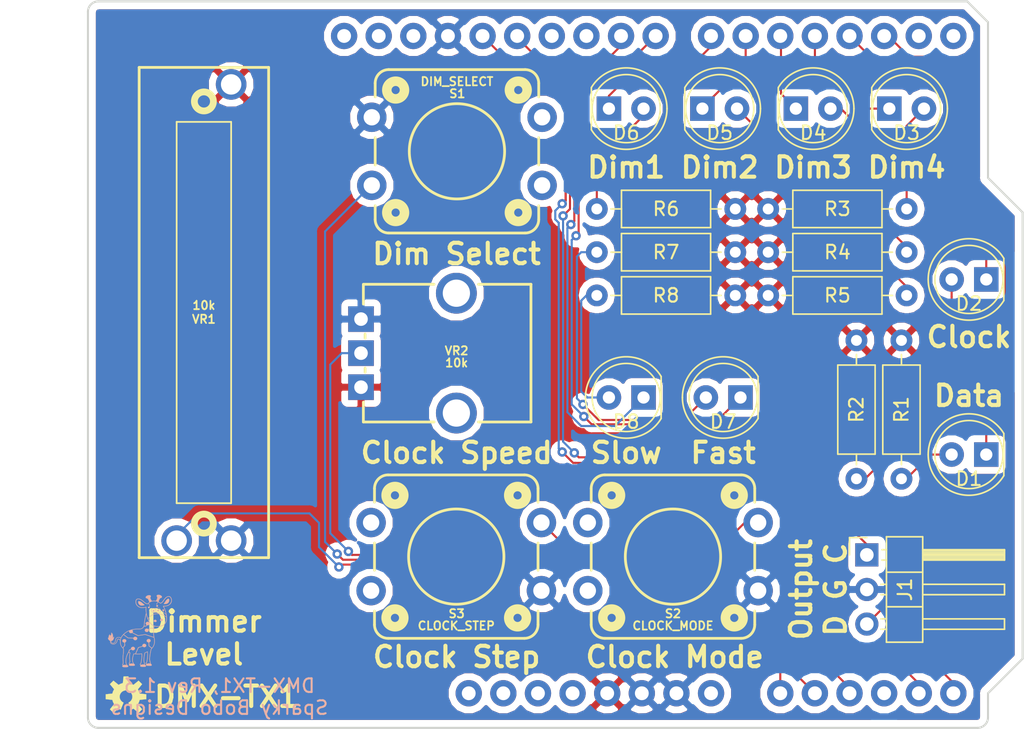
<source format=kicad_pcb>
(kicad_pcb (version 20171130) (host pcbnew "(5.0.0)")
  (title_block (title "DMX Demonstrator - Transmitter (DMX-TX1)") (date 2023-12-04) (rev 1.3) (company "Sparky Bobo Designs") (comment 2 "Designed by: SparkyBobo") (comment 3 "https://creativecommons.org/licenses/by-sa/4.0/ ") (comment 4 "Released under the Creative Commons Attribution Share-Alike 4.0 License"))
  (layers (0 F.Cu signal) (31 B.Cu signal) (34 B.Paste user) (35 F.Paste user) (36 B.SilkS user) (37 F.SilkS user) (38 B.Mask user) (39 F.Mask user) (44 Edge.Cuts user))
  (net 0 "")
  (net 1 +5V)
  (net 2 /A1)
  (net 3 GND)
  (net 4 /A0)
  (net 5 "Net-(D8-Pad2)")
  (net 6 "Net-(D7-Pad2)")
  (net 7 "Net-(D6-Pad2)")
  (net 8 "Net-(D5-Pad2)")
  (net 9 "Net-(D4-Pad2)")
  (net 10 "Net-(D1-Pad2)")
  (net 11 "Net-(D2-Pad2)")
  (net 12 "Net-(D3-Pad2)")
  (net 13 "Net-(A1-Pad32)")
  (net 14 "Net-(A1-Pad31)")
  (net 15 "Net-(A1-Pad1)")
  (net 16 "Net-(A1-Pad2)")
  (net 17 "Net-(A1-Pad3)")
  (net 18 "Net-(A1-Pad4)")
  (net 19 "Net-(A1-Pad8)")
  (net 20 "Net-(A1-Pad25)")
  (net 21 "Net-(A1-Pad26)")
  (net 22 /A2)
  (net 23 /A4)
  (net 24 "Net-(A1-Pad15)")
  (net 25 "Net-(A1-Pad16)")
  (net 26 /A5)
  (net 27 "Net-(A1-Pad12)")
  (net 28 /~DATA)
  (net 29 /~CLOCK)
  (net 30 /~DIM3)
  (net 31 /~DIM2)
  (net 32 /~DIM1)
  (net 33 /~DIM0)
  (net 34 /~CLK_SLO)
  (net 35 /~CLK_FST)
  (net 36 /RX)
  (net 37 /RXCLK)
  (net 38 "Net-(A1-Pad30)")
  (module footprints:ARDUINO_R3_NO_HOLES (layer F.Cu) (at 150.622 89.916)
    (fp_text reference A1 hide)
    (fp_text value Arduino_UNO_R3 hide)
    (pad 4 thru_hole circle (at 1.27 24.13) (size 1.9304 1.9304) (drill 1.016) (layers *.Cu *.Mask) (net 18 "Net-(A1-Pad4)"))
    (pad 5 thru_hole circle (at 3.81 24.13) (size 1.9304 1.9304) (drill 1.016) (layers *.Cu *.Mask) (net 1 +5V))
    (pad 9 thru_hole circle (at 16.51 24.13) (size 1.9304 1.9304) (drill 1.016) (layers *.Cu *.Mask) (net 4 /A0))
    (pad 10 thru_hole circle (at 19.05 24.13) (size 1.9304 1.9304) (drill 1.016) (layers *.Cu *.Mask) (net 2 /A1))
    (pad 11 thru_hole circle (at 21.59 24.13) (size 1.9304 1.9304) (drill 1.016) (layers *.Cu *.Mask) (net 22 /A2))
    (pad 12 thru_hole circle (at 24.13 24.13) (size 1.9304 1.9304) (drill 1.016) (layers *.Cu *.Mask) (net 27 "Net-(A1-Pad12)"))
    (pad 13 thru_hole circle (at 26.67 24.13) (size 1.9304 1.9304) (drill 1.016) (layers *.Cu *.Mask) (net 23 /A4))
    (pad 14 thru_hole circle (at 29.21 24.13) (size 1.9304 1.9304) (drill 1.016) (layers *.Cu *.Mask) (net 26 /A5))
    (pad 30 thru_hole circle (at -10.414 -24.13) (size 1.9304 1.9304) (drill 1.016) (layers *.Cu *.Mask) (net 38 "Net-(A1-Pad30)"))
    (pad 15 thru_hole circle (at 29.21 -24.13) (size 1.9304 1.9304) (drill 1.016) (layers *.Cu *.Mask) (net 24 "Net-(A1-Pad15)"))
    (pad 16 thru_hole circle (at 26.67 -24.13) (size 1.9304 1.9304) (drill 1.016) (layers *.Cu *.Mask) (net 25 "Net-(A1-Pad16)"))
    (pad 17 thru_hole circle (at 24.13 -24.13) (size 1.9304 1.9304) (drill 1.016) (layers *.Cu *.Mask) (net 28 /~DATA))
    (pad 18 thru_hole circle (at 21.59 -24.13) (size 1.9304 1.9304) (drill 1.016) (layers *.Cu *.Mask) (net 29 /~CLOCK))
    (pad 19 thru_hole circle (at 19.05 -24.13) (size 1.9304 1.9304) (drill 1.016) (layers *.Cu *.Mask) (net 30 /~DIM3))
    (pad 20 thru_hole circle (at 16.51 -24.13) (size 1.9304 1.9304) (drill 1.016) (layers *.Cu *.Mask) (net 31 /~DIM2))
    (pad 21 thru_hole circle (at 13.97 -24.13) (size 1.9304 1.9304) (drill 1.016) (layers *.Cu *.Mask) (net 32 /~DIM1))
    (pad 22 thru_hole circle (at 11.43 -24.13) (size 1.9304 1.9304) (drill 1.016) (layers *.Cu *.Mask) (net 33 /~DIM0))
    (pad 23 thru_hole circle (at 7.366 -24.13) (size 1.9304 1.9304) (drill 1.016) (layers *.Cu *.Mask) (net 35 /~CLK_FST))
    (pad 24 thru_hole circle (at 4.826 -24.13) (size 1.9304 1.9304) (drill 1.016) (layers *.Cu *.Mask) (net 34 /~CLK_SLO))
    (pad 25 thru_hole circle (at 2.286 -24.13) (size 1.9304 1.9304) (drill 1.016) (layers *.Cu *.Mask) (net 20 "Net-(A1-Pad25)"))
    (pad 26 thru_hole circle (at -0.254 -24.13) (size 1.9304 1.9304) (drill 1.016) (layers *.Cu *.Mask) (net 21 "Net-(A1-Pad26)"))
    (pad 27 thru_hole circle (at -2.794 -24.13) (size 1.9304 1.9304) (drill 1.016) (layers *.Cu *.Mask) (net 36 /RX))
    (pad 28 thru_hole circle (at -5.334 -24.13) (size 1.9304 1.9304) (drill 1.016) (layers *.Cu *.Mask) (net 37 /RXCLK))
    (pad 6 thru_hole circle (at 6.35 24.13) (size 1.9304 1.9304) (drill 1.016) (layers *.Cu *.Mask) (net 3 GND))
    (pad 7 thru_hole circle (at 8.89 24.13) (size 1.9304 1.9304) (drill 1.016) (layers *.Cu *.Mask) (net 3 GND))
    (pad 29 thru_hole circle (at -7.874 -24.13) (size 1.9304 1.9304) (drill 1.016) (layers *.Cu *.Mask) (net 3 GND))
    (pad 2 thru_hole circle (at -3.81 24.13) (size 1.9304 1.9304) (drill 1.016) (layers *.Cu *.Mask) (net 16 "Net-(A1-Pad2)"))
    (pad 1 thru_hole circle (at -6.35 24.13) (size 1.9304 1.9304) (drill 1.016) (layers *.Cu *.Mask) (net 15 "Net-(A1-Pad1)"))
    (pad 3 thru_hole circle (at -1.27 24.13) (size 1.9304 1.9304) (drill 1.016) (layers *.Cu *.Mask) (net 17 "Net-(A1-Pad3)"))
    (pad 32 thru_hole circle (at -15.494 -24.13) (size 1.9304 1.9304) (drill 1.016) (layers *.Cu *.Mask) (net 13 "Net-(A1-Pad32)"))
    (pad 31 thru_hole circle (at -12.954 -24.13) (size 1.9304 1.9304) (drill 1.016) (layers *.Cu *.Mask) (net 14 "Net-(A1-Pad31)"))
    (pad 8 thru_hole circle (at 11.43 24.13) (size 1.9304 1.9304) (drill 1.016) (layers *.Cu *.Mask) (net 19 "Net-(A1-Pad8)"))
  )
  (module Resistor_THT:R_Axial_DIN0207_L6.3mm_D2.5mm_P10.16mm_Horizontal (layer F.Cu) (at 172.72 88.138 270)
    (fp_text reference R2 (at 5.08 0 270) (layer F.SilkS))
    (fp_text value 330)
    (pad 2 thru_hole oval (at 10.16 0 270) (size 1.6 1.6) (drill 0.8) (layers *.Cu *.Mask) (net 11 "Net-(D2-Pad2)"))
    (pad 1 thru_hole circle (at 0 0 270) (size 1.6 1.6) (drill 0.8) (layers *.Cu *.Mask) (net 1 +5V))
  )
  (module Resistor_THT:R_Axial_DIN0207_L6.3mm_D2.5mm_P10.16mm_Horizontal (layer F.Cu) (at 166.243 78.486)
    (fp_text reference R3 (at 5.08 0) (layer F.SilkS))
    (fp_text value 330)
    (pad 2 thru_hole oval (at 10.16 0) (size 1.6 1.6) (drill 0.8) (layers *.Cu *.Mask) (net 12 "Net-(D3-Pad2)"))
    (pad 1 thru_hole circle (at 0 0) (size 1.6 1.6) (drill 0.8) (layers *.Cu *.Mask) (net 1 +5V))
  )
  (module Resistor_THT:R_Axial_DIN0207_L6.3mm_D2.5mm_P10.16mm_Horizontal (layer F.Cu) (at 176.022 88.138 270)
    (fp_text reference R1 (at 5.08 0 270) (layer F.SilkS))
    (fp_text value 330)
    (pad 1 thru_hole circle (at 0 0 270) (size 1.6 1.6) (drill 0.8) (layers *.Cu *.Mask) (net 1 +5V))
    (pad 2 thru_hole oval (at 10.16 0 270) (size 1.6 1.6) (drill 0.8) (layers *.Cu *.Mask) (net 10 "Net-(D1-Pad2)"))
  )
  (module Resistor_THT:R_Axial_DIN0207_L6.3mm_D2.5mm_P10.16mm_Horizontal (layer F.Cu) (at 166.243 81.661)
    (fp_text reference R4 (at 5.08 0) (layer F.SilkS))
    (fp_text value 330)
    (pad 2 thru_hole oval (at 10.16 0) (size 1.6 1.6) (drill 0.8) (layers *.Cu *.Mask) (net 9 "Net-(D4-Pad2)"))
    (pad 1 thru_hole circle (at 0 0) (size 1.6 1.6) (drill 0.8) (layers *.Cu *.Mask) (net 1 +5V))
  )
  (module Resistor_THT:R_Axial_DIN0207_L6.3mm_D2.5mm_P10.16mm_Horizontal (layer F.Cu) (at 166.243 84.836)
    (fp_text reference R5 (at 5.08 0) (layer F.SilkS))
    (fp_text value 330)
    (pad 1 thru_hole circle (at 0 0) (size 1.6 1.6) (drill 0.8) (layers *.Cu *.Mask) (net 1 +5V))
    (pad 2 thru_hole oval (at 10.16 0) (size 1.6 1.6) (drill 0.8) (layers *.Cu *.Mask) (net 8 "Net-(D5-Pad2)"))
  )
  (module Resistor_THT:R_Axial_DIN0207_L6.3mm_D2.5mm_P10.16mm_Horizontal (layer F.Cu) (at 163.83 78.486 180)
    (fp_text reference R6 (at 5.08 0 180) (layer F.SilkS))
    (fp_text value 330)
    (pad 2 thru_hole oval (at 10.16 0 180) (size 1.6 1.6) (drill 0.8) (layers *.Cu *.Mask) (net 7 "Net-(D6-Pad2)"))
    (pad 1 thru_hole circle (at 0 0 180) (size 1.6 1.6) (drill 0.8) (layers *.Cu *.Mask) (net 1 +5V))
  )
  (module Resistor_THT:R_Axial_DIN0207_L6.3mm_D2.5mm_P10.16mm_Horizontal (layer F.Cu) (at 163.83 81.661 180)
    (fp_text reference R7 (at 5.08 0 180) (layer F.SilkS))
    (fp_text value 330)
    (pad 1 thru_hole circle (at 0 0 180) (size 1.6 1.6) (drill 0.8) (layers *.Cu *.Mask) (net 1 +5V))
    (pad 2 thru_hole oval (at 10.16 0 180) (size 1.6 1.6) (drill 0.8) (layers *.Cu *.Mask) (net 6 "Net-(D7-Pad2)"))
  )
  (module Resistor_THT:R_Axial_DIN0207_L6.3mm_D2.5mm_P10.16mm_Horizontal (layer F.Cu) (at 163.83 84.836 180)
    (fp_text reference R8 (at 5.08 0 180) (layer F.SilkS))
    (fp_text value 330)
    (pad 1 thru_hole circle (at 0 0 180) (size 1.6 1.6) (drill 0.8) (layers *.Cu *.Mask) (net 1 +5V))
    (pad 2 thru_hole oval (at 10.16 0 180) (size 1.6 1.6) (drill 0.8) (layers *.Cu *.Mask) (net 5 "Net-(D8-Pad2)"))
  )
  (module Switches:TACTILE_SWITCH_PTH_12MM (layer F.Cu) (at 159.258 104.013)
    (fp_text reference S2 (at 0 4.191) (layer F.SilkS) (effects (font (size 0.6096 0.6096) (thickness 0.127))))
    (fp_text value CLOCK_MODE (at 0 5.08) (layer F.SilkS) (effects (font (size 0.6096 0.6096) (thickness 0.127))))
    (pad 1 thru_hole circle (at 6.2484 2.49936) (size 2.159 2.159) (drill 1.19888) (layers *.Cu *.Mask) (net 3 GND))
    (pad 2 thru_hole circle (at -6.2484 2.49936) (size 2.159 2.159) (drill 1.19888) (layers *.Cu *.Mask))
    (pad 3 thru_hole circle (at 6.2484 -2.49936) (size 2.159 2.159) (drill 1.19888) (layers *.Cu *.Mask) (net 22 /A2))
    (pad 4 thru_hole circle (at -6.2484 -2.49936) (size 2.159 2.159) (drill 1.19888) (layers *.Cu *.Mask))
  )
  (module LED_THT:LED_D5.0mm (layer F.Cu) (at 182.245 96.52 180)
    (fp_text reference D1 (at 1.27 -1.778 180) (layer F.SilkS))
    (fp_text value DATA)
    (pad 1 thru_hole rect (at 0 0 180) (size 1.8 1.8) (drill 0.9) (layers *.Cu *.Mask) (net 28 /~DATA))
    (pad 2 thru_hole circle (at 2.54 0 180) (size 1.8 1.8) (drill 0.9) (layers *.Cu *.Mask) (net 10 "Net-(D1-Pad2)"))
  )
  (module Resistors:POT-PTH-ALPS (layer F.Cu) (at 143.366465 89.07272 180)
    (fp_text reference VR2 (at -0.016535 0.17272) (layer F.SilkS) (effects (font (size 0.6096 0.6096) (thickness 0.127))))
    (fp_text value 10k (at -0.016535 -0.71628) (layer F.SilkS) (effects (font (size 0.6096 0.6096) (thickness 0.127))))
    (pad P$1 thru_hole rect (at 6.9977 2.49936 180) (size 1.8796 1.8796) (drill 0.99822) (layers *.Cu *.Mask) (net 3 GND))
    (pad P$2 thru_hole rect (at 6.9977 0 180) (size 1.8796 1.8796) (drill 0.99822) (layers *.Cu *.Mask) (net 23 /A4))
    (pad P$3 thru_hole rect (at 6.9977 -2.49936 180) (size 1.8796 1.8796) (drill 0.99822) (layers *.Cu *.Mask) (net 1 +5V))
    (pad P$4 thru_hole circle (at 0 4.39928 180) (size 2.99974 5.99948) (drill 1.99898) (layers *.Cu *.Mask))
    (pad P$5 thru_hole circle (at 0 -4.39928 180) (size 2.99974 5.99948) (drill 1.99898) (layers *.Cu *.Mask))
  )
  (module Resistors:SLIDER-SMALL (layer F.Cu) (at 124.841 86.09076 90)
    (fp_text reference VR1 (at -0.49276 0 180) (layer F.SilkS) (effects (font (size 0.6096 0.6096) (thickness 0.127))))
    (fp_text value 10k (at 0.52324 0 180) (layer F.SilkS) (effects (font (size 0.6096 0.6096) (thickness 0.127))))
    (pad BOTT thru_hole circle (at 16.74876 1.99898 90) (size 2.2479 2.2479) (drill 1.4986) (layers *.Cu *.Mask) (net 1 +5V))
    (pad TOP thru_hole circle (at -16.74876 1.99898 90) (size 2.2479 2.2479) (drill 1.4986) (layers *.Cu *.Mask) (net 3 GND))
    (pad WIPE thru_hole circle (at -16.74876 -1.99898 90) (size 2.2479 2.2479) (drill 1.4986) (layers *.Cu *.Mask) (net 4 /A0))
  )
  (module Switches:TACTILE_SWITCH_PTH_12MM (layer F.Cu) (at 143.3576 104.013)
    (fp_text reference S3 (at 0.0254 4.191) (layer F.SilkS) (effects (font (size 0.6096 0.6096) (thickness 0.127))))
    (fp_text value CLOCK_STEP (at 0 5.08) (layer F.SilkS) (effects (font (size 0.6096 0.6096) (thickness 0.127))))
    (pad 4 thru_hole circle (at -6.2484 -2.49936) (size 2.159 2.159) (drill 1.19888) (layers *.Cu *.Mask))
    (pad 3 thru_hole circle (at 6.2484 -2.49936) (size 2.159 2.159) (drill 1.19888) (layers *.Cu *.Mask) (net 26 /A5))
    (pad 2 thru_hole circle (at -6.2484 2.49936) (size 2.159 2.159) (drill 1.19888) (layers *.Cu *.Mask))
    (pad 1 thru_hole circle (at 6.2484 2.49936) (size 2.159 2.159) (drill 1.19888) (layers *.Cu *.Mask) (net 3 GND))
  )
  (module Switches:TACTILE_SWITCH_PTH_12MM (layer F.Cu) (at 143.4084 74.25436 180)
    (fp_text reference S1 (at -0.0254 4.23164 180) (layer F.SilkS) (effects (font (size 0.6096 0.6096) (thickness 0.127))))
    (fp_text value DIM_SELECT (at 0 5.12064 180) (layer F.SilkS) (effects (font (size 0.6096 0.6096) (thickness 0.127))))
    (pad 1 thru_hole circle (at 6.2484 2.49936 180) (size 2.159 2.159) (drill 1.19888) (layers *.Cu *.Mask) (net 3 GND))
    (pad 2 thru_hole circle (at -6.2484 2.49936 180) (size 2.159 2.159) (drill 1.19888) (layers *.Cu *.Mask))
    (pad 3 thru_hole circle (at 6.2484 -2.49936 180) (size 2.159 2.159) (drill 1.19888) (layers *.Cu *.Mask) (net 2 /A1))
    (pad 4 thru_hole circle (at -6.2484 -2.49936 180) (size 2.159 2.159) (drill 1.19888) (layers *.Cu *.Mask))
  )
  (module LED_THT:LED_D5.0mm (layer F.Cu) (at 175.133 71.12)
    (fp_text reference D3 (at 1.27 1.778) (layer F.SilkS))
    (fp_text value DIM3)
    (pad 1 thru_hole rect (at 0 0) (size 1.8 1.8) (drill 0.9) (layers *.Cu *.Mask) (net 30 /~DIM3))
    (pad 2 thru_hole circle (at 2.54 0) (size 1.8 1.8) (drill 0.9) (layers *.Cu *.Mask) (net 12 "Net-(D3-Pad2)"))
  )
  (module LED_THT:LED_D5.0mm (layer F.Cu) (at 168.275 71.12)
    (fp_text reference D4 (at 1.27 1.778) (layer F.SilkS))
    (fp_text value DIM2)
    (pad 2 thru_hole circle (at 2.54 0) (size 1.8 1.8) (drill 0.9) (layers *.Cu *.Mask) (net 9 "Net-(D4-Pad2)"))
    (pad 1 thru_hole rect (at 0 0) (size 1.8 1.8) (drill 0.9) (layers *.Cu *.Mask) (net 31 /~DIM2))
  )
  (module LED_THT:LED_D5.0mm (layer F.Cu) (at 161.417 71.12)
    (fp_text reference D5 (at 1.27 1.778) (layer F.SilkS))
    (fp_text value DIM1)
    (pad 1 thru_hole rect (at 0 0) (size 1.8 1.8) (drill 0.9) (layers *.Cu *.Mask) (net 32 /~DIM1))
    (pad 2 thru_hole circle (at 2.54 0) (size 1.8 1.8) (drill 0.9) (layers *.Cu *.Mask) (net 8 "Net-(D5-Pad2)"))
  )
  (module LED_THT:LED_D5.0mm (layer F.Cu) (at 154.559 71.12)
    (fp_text reference D6 (at 1.27 1.778) (layer F.SilkS))
    (fp_text value DIM0)
    (pad 2 thru_hole circle (at 2.54 0) (size 1.8 1.8) (drill 0.9) (layers *.Cu *.Mask) (net 7 "Net-(D6-Pad2)"))
    (pad 1 thru_hole rect (at 0 0) (size 1.8 1.8) (drill 0.9) (layers *.Cu *.Mask) (net 33 /~DIM0))
  )
  (module LED_THT:LED_D5.0mm (layer F.Cu) (at 164.211 92.329 180)
    (fp_text reference D7 (at 1.27 -1.778 180) (layer F.SilkS))
    (fp_text value CLK_FST)
    (pad 1 thru_hole rect (at 0 0 180) (size 1.8 1.8) (drill 0.9) (layers *.Cu *.Mask) (net 35 /~CLK_FST))
    (pad 2 thru_hole circle (at 2.54 0 180) (size 1.8 1.8) (drill 0.9) (layers *.Cu *.Mask) (net 6 "Net-(D7-Pad2)"))
  )
  (module LED_THT:LED_D5.0mm (layer F.Cu) (at 157.099 92.329 180)
    (fp_text reference D8 (at 1.27 -1.778 180) (layer F.SilkS))
    (fp_text value CLK_SLO)
    (pad 2 thru_hole circle (at 2.54 0 180) (size 1.8 1.8) (drill 0.9) (layers *.Cu *.Mask) (net 5 "Net-(D8-Pad2)"))
    (pad 1 thru_hole rect (at 0 0 180) (size 1.8 1.8) (drill 0.9) (layers *.Cu *.Mask) (net 34 /~CLK_SLO))
  )
  (module Connector_PinHeader_2.54mm:PinHeader_1x03_P2.54mm_Horizontal (layer F.Cu) (at 173.482 103.886)
    (fp_text reference J1 (at 2.794 2.54 270) (layer F.SilkS))
    (fp_text value Output)
    (pad 1 thru_hole rect (at 0 0) (size 1.7 1.7) (drill 1) (layers *.Cu *.Mask) (net 37 /RXCLK))
    (pad 2 thru_hole oval (at 0 2.54) (size 1.7 1.7) (drill 1) (layers *.Cu *.Mask) (net 3 GND))
    (pad 3 thru_hole oval (at 0 5.08) (size 1.7 1.7) (drill 1) (layers *.Cu *.Mask) (net 36 /RX))
  )
  (module LED_THT:LED_D5.0mm (layer F.Cu) (at 182.245 83.662 180)
    (fp_text reference D2 (at 1.27 -1.778 180) (layer F.SilkS))
    (fp_text value CLOCK)
    (pad 2 thru_hole circle (at 2.54 0 180) (size 1.8 1.8) (drill 0.9) (layers *.Cu *.Mask) (net 11 "Net-(D2-Pad2)"))
    (pad 1 thru_hole rect (at 0 0 180) (size 1.8 1.8) (drill 0.9) (layers *.Cu *.Mask) (net 29 /~CLOCK))
  )
  (module footprints:OSHW-LOGO-S (layer F.Cu) (at 119.126 114.3)
    (fp_text reference "" (at 0 0) (layer F.SilkS) (effects (font (size 1.524 1.524))))
    (fp_text value "" (at 0 0) (layer F.SilkS) (effects (font (size 1.524 1.524))))
  )
  (module footprints:logo_cr_5x5 (layer B.Cu) (at 120.142 109.474 180)
    (fp_text reference G*** hide)
    (fp_text value LOGO hide)
  )
  (gr_arc (start 181.61 115.824) (end 181.61 116.586) (angle -90) (layer Edge.Cuts) (width 0.15))
  (gr_arc (start 117.094 115.824) (end 116.332 115.824) (angle -90) (layer Edge.Cuts) (width 0.15))
  (gr_arc (start 117.094 64.008) (end 117.094 63.246) (angle -90) (layer Edge.Cuts) (width 0.15))
  (gr_line (start 116.332 115.824) (end 116.332 64.008) (layer Edge.Cuts) (width 0.15))
  (gr_line (start 181.61 116.586) (end 117.094 116.586) (layer Edge.Cuts) (width 0.15))
  (gr_line (start 182.372 114.046) (end 182.372 115.824) (layer Edge.Cuts) (width 0.15))
  (gr_line (start 184.912 111.506) (end 182.372 114.046) (layer Edge.Cuts) (width 0.15))
  (gr_line (start 184.912 78.74) (end 184.912 111.506) (layer Edge.Cuts) (width 0.15))
  (gr_line (start 182.372 76.2) (end 184.912 78.74) (layer Edge.Cuts) (width 0.15))
  (gr_line (start 182.372 64.77) (end 182.372 76.2) (layer Edge.Cuts) (width 0.15))
  (gr_line (start 180.848 63.246) (end 182.372 64.77) (layer Edge.Cuts) (width 0.15))
  (gr_line (start 117.094 63.246) (end 180.848 63.246) (layer Edge.Cuts) (width 0.15))
  (gr_text "DMX-TX1, Rev 1.3\nSparky Bobo Designs" (at 125.984 114.3) (layer B.SilkS) (effects (font (size 1 1)) (justify mirror)))
  (gr_text DMX-TX1 (at 126.492 114.3) (layer F.SilkS) (effects (font (size 1.5 1.5) (thickness 0.3))))
  (gr_text Clock (at 180.975 87.884) (layer F.SilkS) (effects (font (size 1.5 1.5) (thickness 0.3))))
  (gr_text Output (at 168.656 106.426 90) (layer F.SilkS) (effects (font (size 1.5 1.5) (thickness 0.3))))
  (gr_text "Dimmer\nLevel" (at 124.841 109.982) (layer F.SilkS) (effects (font (size 1.5 1.5) (thickness 0.3))))
  (gr_text Dim4 (at 176.403 75.438) (layer F.SilkS) (effects (font (size 1.5 1.5) (thickness 0.3))))
  (gr_text Dim3 (at 169.545 75.438) (layer F.SilkS) (effects (font (size 1.5 1.5) (thickness 0.3))))
  (gr_text Dim2 (at 162.687 75.438) (layer F.SilkS) (effects (font (size 1.5 1.5) (thickness 0.3))))
  (gr_text Dim1 (at 155.829 75.438) (layer F.SilkS) (effects (font (size 1.5 1.5) (thickness 0.3))))
  (gr_text "Dim Select" (at 143.383 81.788) (layer F.SilkS) (effects (font (size 1.5 1.5) (thickness 0.3))))
  (gr_text Fast (at 162.941 96.393) (layer F.SilkS) (effects (font (size 1.5 1.5) (thickness 0.3))))
  (gr_text Slow (at 155.829 96.393) (layer F.SilkS) (effects (font (size 1.5 1.5) (thickness 0.3))))
  (gr_text "Clock Mode" (at 159.385 111.379) (layer F.SilkS) (effects (font (size 1.5 1.5) (thickness 0.3))))
  (gr_text "Clock Step" (at 143.383 111.379) (layer F.SilkS) (effects (font (size 1.5 1.5) (thickness 0.3))))
  (gr_text "Clock Speed" (at 143.383 96.393) (layer F.SilkS) (effects (font (size 1.5 1.5) (thickness 0.3))))
  (gr_text "D G C" (at 171.196 106.426 90) (layer F.SilkS) (effects (font (size 1.5 1.5) (thickness 0.3))))
  (gr_text Data (at 180.975 92.202) (layer F.SilkS) (effects (font (size 1.5 1.5) (thickness 0.3))))
  (segment (start 154.432 114.046) (end 153.997154 114.046) (width 0.3048) (layer F.Cu) (net 1))
  (segment (start 159.8676 104.2416) (end 169.672 114.046) (width 0.1524) (layer F.Cu) (net 2))
  (segment (start 135.0391 104.2416) (end 159.8676 104.2416) (width 0.1524) (layer F.Cu) (net 2))
  (segment (start 134.62 103.8225) (end 133.731 102.9335) (width 0.1524) (layer B.Cu) (net 2))
  (segment (start 133.731 102.9335) (end 133.731 80.137) (width 0.1524) (layer B.Cu) (net 2))
  (segment (start 133.731 80.137) (end 137.11428 76.75372) (width 0.1524) (layer B.Cu) (net 2))
  (segment (start 137.11428 76.75372) (end 137.16 76.75372) (width 0.1524) (layer B.Cu) (net 2))
  (segment (start 134.62 103.8225) (end 135.0391 104.2416) (width 0.1524) (layer F.Cu) (net 2))
  (via (at 134.62 103.8225) (size 0.6858) (drill 0.3302) (layers F.Cu B.Cu) (net 2))
  (segment (start 167.132 112.1156) (end 167.132 114.046) (width 0.1524) (layer F.Cu) (net 4))
  (segment (start 134.747 104.775) (end 134.9248 104.5972) (width 0.1524) (layer F.Cu) (net 4))
  (segment (start 122.84202 102.45598) (end 122.84202 102.83952) (width 0.1524) (layer B.Cu) (net 4))
  (segment (start 134.747 104.775) (end 133.2865 103.3145) (width 0.1524) (layer B.Cu) (net 4))
  (segment (start 134.9248 104.5972) (end 159.6136 104.5972) (width 0.1524) (layer F.Cu) (net 4))
  (via (at 134.747 104.775) (size 0.6858) (drill 0.3302) (layers F.Cu B.Cu) (net 4))
  (segment (start 159.6136 104.5972) (end 167.132 112.1156) (width 0.1524) (layer F.Cu) (net 4))
  (segment (start 133.2865 103.3145) (end 133.2865 101.5365) (width 0.1524) (layer B.Cu) (net 4))
  (segment (start 133.2865 101.5365) (end 132.588 100.838) (width 0.1524) (layer B.Cu) (net 4))
  (segment (start 132.588 100.838) (end 124.46 100.838) (width 0.1524) (layer B.Cu) (net 4))
  (segment (start 124.46 100.838) (end 122.84202 102.45598) (width 0.1524) (layer B.Cu) (net 4))
  (segment (start 152.9715 92.329) (end 154.559 92.329) (width 0.1524) (layer B.Cu) (net 5))
  (segment (start 152.527 91.8845) (end 152.9715 92.329) (width 0.1524) (layer B.Cu) (net 5))
  (segment (start 152.527 85.217) (end 152.527 91.8845) (width 0.1524) (layer B.Cu) (net 5))
  (segment (start 153.67 84.836) (end 152.908 84.836) (width 0.1524) (layer B.Cu) (net 5))
  (segment (start 152.908 84.836) (end 152.527 85.217) (width 0.1524) (layer B.Cu) (net 5))
  (segment (start 152.2095 81.9785) (end 152.527 81.661) (width 0.1524) (layer B.Cu) (net 6))
  (segment (start 152.654 92.837) (end 153.797 93.98) (width 0.1524) (layer F.Cu) (net 6))
  (segment (start 152.527 81.661) (end 153.67 81.661) (width 0.1524) (layer B.Cu) (net 6))
  (via (at 152.654 92.837) (size 0.6858) (drill 0.3302) (layers F.Cu B.Cu) (net 6))
  (segment (start 153.797 93.98) (end 160.02 93.98) (width 0.1524) (layer F.Cu) (net 6))
  (segment (start 160.02 93.98) (end 161.671 92.329) (width 0.1524) (layer F.Cu) (net 6))
  (segment (start 152.654 92.837) (end 152.2095 92.3925) (width 0.1524) (layer B.Cu) (net 6))
  (segment (start 152.2095 92.3925) (end 152.2095 81.9785) (width 0.1524) (layer B.Cu) (net 6))
  (segment (start 157.099 71.628) (end 157.099 71.12) (width 0.1524) (layer F.Cu) (net 7))
  (segment (start 153.67 78.486) (end 153.67 75.057) (width 0.1524) (layer F.Cu) (net 7))
  (segment (start 153.67 75.057) (end 157.099 71.628) (width 0.1524) (layer F.Cu) (net 7))
  (segment (start 176.403 84.201) (end 176.403 84.836) (width 0.1524) (layer F.Cu) (net 8))
  (segment (start 174.371 82.169) (end 176.403 84.201) (width 0.1524) (layer F.Cu) (net 8))
  (segment (start 174.371 74.676) (end 174.371 82.169) (width 0.1524) (layer F.Cu) (net 8))
  (segment (start 172.593 72.898) (end 174.371 74.676) (width 0.1524) (layer F.Cu) (net 8))
  (segment (start 163.957 71.12) (end 165.735 72.898) (width 0.1524) (layer F.Cu) (net 8))
  (segment (start 165.735 72.898) (end 172.593 72.898) (width 0.1524) (layer F.Cu) (net 8))
  (segment (start 176.403 81.28) (end 176.403 81.661) (width 0.1524) (layer F.Cu) (net 9))
  (segment (start 174.879 79.756) (end 176.403 81.28) (width 0.1524) (layer F.Cu) (net 9))
  (segment (start 174.879 74.422) (end 174.879 79.756) (width 0.1524) (layer F.Cu) (net 9))
  (segment (start 170.815 71.12) (end 171.577 71.12) (width 0.1524) (layer F.Cu) (net 9))
  (segment (start 171.577 71.12) (end 174.879 74.422) (width 0.1524) (layer F.Cu) (net 9))
  (segment (start 178.1556 96.52) (end 179.705 96.52) (width 0.1524) (layer F.Cu) (net 10))
  (segment (start 176.022 98.298) (end 176.3776 98.298) (width 0.1524) (layer F.Cu) (net 10))
  (segment (start 176.3776 98.298) (end 178.1556 96.52) (width 0.1524) (layer F.Cu) (net 10))
  (segment (start 172.72 98.298) (end 173.355 98.298) (width 0.1524) (layer F.Cu) (net 11))
  (segment (start 173.355 98.298) (end 179.705 91.948) (width 0.1524) (layer F.Cu) (net 11))
  (segment (start 179.705 84.934792) (end 179.705 89.916) (width 0.1524) (layer F.Cu) (net 11))
  (segment (start 179.705 83.662) (end 179.705 84.934792) (width 0.1524) (layer F.Cu) (net 11))
  (segment (start 179.705 91.948) (end 179.705 89.916) (width 0.1524) (layer F.Cu) (net 11))
  (segment (start 179.705 89.916) (end 179.705 89.662) (width 0.1524) (layer F.Cu) (net 11))
  (segment (start 177.8 71.247) (end 177.673 71.12) (width 0.1524) (layer F.Cu) (net 12))
  (segment (start 177.546 71.247) (end 177.8 71.247) (width 0.1524) (layer F.Cu) (net 12))
  (segment (start 176.403 78.486) (end 176.403 72.39) (width 0.1524) (layer F.Cu) (net 12))
  (segment (start 176.403 72.39) (end 177.546 71.247) (width 0.1524) (layer F.Cu) (net 12))
  (segment (start 164.52596 101.51364) (end 165.5064 101.51364) (width 0.1524) (layer F.Cu) (net 22))
  (segment (start 172.212 113.6396) (end 170.942 112.3696) (width 0.1524) (layer F.Cu) (net 22))
  (segment (start 172.212 114.046) (end 172.212 113.6396) (width 0.1524) (layer F.Cu) (net 22))
  (segment (start 170.942 112.3696) (end 168.656 112.3696) (width 0.1524) (layer F.Cu) (net 22))
  (segment (start 168.656 112.3696) (end 163.83 107.5436) (width 0.1524) (layer F.Cu) (net 22))
  (segment (start 163.83 107.5436) (end 163.83 102.2096) (width 0.1524) (layer F.Cu) (net 22))
  (segment (start 163.83 102.2096) (end 164.52596 101.51364) (width 0.1524) (layer F.Cu) (net 22))
  (segment (start 177.292 113.3348) (end 177.292 114.046) (width 0.1524) (layer F.Cu) (net 23))
  (segment (start 175.9712 112.014) (end 177.292 113.3348) (width 0.1524) (layer F.Cu) (net 23))
  (segment (start 168.91 112.014) (end 175.9712 112.014) (width 0.1524) (layer F.Cu) (net 23))
  (segment (start 167.1828 110.2868) (end 168.91 112.014) (width 0.1524) (layer F.Cu) (net 23))
  (segment (start 167.1828 100.3808) (end 167.1828 110.2868) (width 0.1524) (layer F.Cu) (net 23))
  (segment (start 166.624 99.822) (end 167.1828 100.3808) (width 0.1524) (layer F.Cu) (net 23))
  (segment (start 164.7952 99.822) (end 166.624 99.822) (width 0.1524) (layer F.Cu) (net 23))
  (segment (start 160.7312 103.886) (end 164.7952 99.822) (width 0.1524) (layer F.Cu) (net 23))
  (segment (start 135.6995 103.886) (end 160.7312 103.886) (width 0.1524) (layer F.Cu) (net 23))
  (segment (start 135.4455 103.632) (end 134.112 102.2985) (width 0.1524) (layer B.Cu) (net 23))
  (segment (start 134.112 102.2985) (end 134.112 89.916) (width 0.1524) (layer B.Cu) (net 23))
  (segment (start 134.95528 89.07272) (end 136.368765 89.07272) (width 0.1524) (layer B.Cu) (net 23))
  (segment (start 135.4455 103.632) (end 135.6995 103.886) (width 0.1524) (layer F.Cu) (net 23))
  (segment (start 134.112 89.916) (end 134.95528 89.07272) (width 0.1524) (layer B.Cu) (net 23))
  (via (at 135.4455 103.632) (size 0.6858) (drill 0.3302) (layers F.Cu B.Cu) (net 23))
  (segment (start 149.606 101.51364) (end 149.606 101.3968) (width 0.1524) (layer F.Cu) (net 26))
  (segment (start 179.832 113.792) (end 179.832 114.046) (width 0.1524) (layer F.Cu) (net 26))
  (segment (start 179.832 113.284) (end 179.832 113.792) (width 0.1524) (layer F.Cu) (net 26))
  (segment (start 179.832 113.284) (end 179.832 114.046) (width 0.1524) (layer F.Cu) (net 26))
  (segment (start 178.2064 111.6584) (end 179.832 113.284) (width 0.1524) (layer F.Cu) (net 26))
  (segment (start 151.62276 103.5304) (end 160.4772 103.5304) (width 0.1524) (layer F.Cu) (net 26))
  (segment (start 169.2148 111.6584) (end 178.2064 111.6584) (width 0.1524) (layer F.Cu) (net 26))
  (segment (start 149.606 101.51364) (end 151.62276 103.5304) (width 0.1524) (layer F.Cu) (net 26))
  (segment (start 160.4772 103.5304) (end 164.5666 99.441) (width 0.1524) (layer F.Cu) (net 26))
  (segment (start 164.5666 99.441) (end 166.9542 99.441) (width 0.1524) (layer F.Cu) (net 26))
  (segment (start 166.9542 99.441) (end 167.5384 100.0252) (width 0.1524) (layer F.Cu) (net 26))
  (segment (start 167.5384 109.982) (end 169.2148 111.6584) (width 0.1524) (layer F.Cu) (net 26))
  (segment (start 167.5384 100.0252) (end 167.5384 109.982) (width 0.1524) (layer F.Cu) (net 26))
  (segment (start 183.642 91.5416) (end 182.245 92.9386) (width 0.1524) (layer F.Cu) (net 28))
  (segment (start 183.642 82.042) (end 183.642 91.5416) (width 0.1524) (layer F.Cu) (net 28))
  (segment (start 182.245 92.9386) (end 182.245 96.52) (width 0.1524) (layer F.Cu) (net 28))
  (segment (start 175.0568 65.786) (end 176.5808 67.31) (width 0.1524) (layer F.Cu) (net 28))
  (segment (start 174.752 65.786) (end 175.0568 65.786) (width 0.1524) (layer F.Cu) (net 28))
  (segment (start 176.5808 67.31) (end 178.943 67.31) (width 0.1524) (layer F.Cu) (net 28))
  (segment (start 178.943 67.31) (end 180.5432 68.9102) (width 0.1524) (layer F.Cu) (net 28))
  (segment (start 180.5432 68.9102) (end 180.5432 78.9432) (width 0.1524) (layer F.Cu) (net 28))
  (segment (start 180.5432 78.9432) (end 183.642 82.042) (width 0.1524) (layer F.Cu) (net 28))
  (segment (start 182.245 82.169) (end 182.245 83.662) (width 0.1524) (layer F.Cu) (net 29))
  (segment (start 180.1876 80.1116) (end 182.245 82.169) (width 0.1524) (layer F.Cu) (net 29))
  (segment (start 180.1876 69.1896) (end 180.1876 80.1116) (width 0.1524) (layer F.Cu) (net 29))
  (segment (start 178.7144 67.7164) (end 180.1876 69.1896) (width 0.1524) (layer F.Cu) (net 29))
  (segment (start 172.212 65.786) (end 174.1424 67.7164) (width 0.1524) (layer F.Cu) (net 29))
  (segment (start 174.1424 67.7164) (end 178.7144 67.7164) (width 0.1524) (layer F.Cu) (net 29))
  (segment (start 169.672 67.31) (end 169.672 65.786) (width 0.1524) (layer F.Cu) (net 30))
  (segment (start 175.133 71.12) (end 173.482 71.12) (width 0.1524) (layer F.Cu) (net 30))
  (segment (start 173.482 71.12) (end 169.672 67.31) (width 0.1524) (layer F.Cu) (net 30))
  (segment (start 167.1828 65.8368) (end 167.132 65.786) (width 0.1524) (layer F.Cu) (net 31))
  (segment (start 168.275 71.12) (end 167.1828 70.0278) (width 0.1524) (layer F.Cu) (net 31))
  (segment (start 167.1828 70.0278) (end 167.1828 65.8368) (width 0.1524) (layer F.Cu) (net 31))
  (segment (start 164.592 67.8688) (end 164.592 65.786) (width 0.1524) (layer F.Cu) (net 32))
  (segment (start 161.417 71.12) (end 161.417 71.0438) (width 0.1524) (layer F.Cu) (net 32))
  (segment (start 161.417 71.0438) (end 164.592 67.8688) (width 0.1524) (layer F.Cu) (net 32))
  (segment (start 162.052 66.548) (end 162.052 65.786) (width 0.1524) (layer F.Cu) (net 33))
  (segment (start 160.8836 67.7164) (end 162.052 66.548) (width 0.1524) (layer F.Cu) (net 33))
  (segment (start 157.0228 67.7164) (end 160.8836 67.7164) (width 0.1524) (layer F.Cu) (net 33))
  (segment (start 154.559 71.12) (end 154.559 70.1802) (width 0.1524) (layer F.Cu) (net 33))
  (segment (start 154.559 70.1802) (end 157.0228 67.7164) (width 0.1524) (layer F.Cu) (net 33))
  (via (at 151.765 79.629) (size 0.6858) (drill 0.3302) (layers F.Cu B.Cu) (net 34))
  (segment (start 152.019 79.375) (end 151.765 79.629) (width 0.1524) (layer F.Cu) (net 34))
  (segment (start 152.019 67.8815) (end 152.019 79.375) (width 0.1524) (layer F.Cu) (net 34))
  (segment (start 152.527 67.3735) (end 152.019 67.8815) (width 0.1524) (layer F.Cu) (net 34))
  (segment (start 154.5717 67.3735) (end 152.527 67.3735) (width 0.1524) (layer F.Cu) (net 34))
  (segment (start 155.448 65.786) (end 155.448 66.4972) (width 0.1524) (layer F.Cu) (net 34))
  (segment (start 155.448 66.4972) (end 154.5717 67.3735) (width 0.1524) (layer F.Cu) (net 34))
  (segment (start 155.0035 94.4245) (end 157.099 92.329) (width 0.1524) (layer B.Cu) (net 34))
  (segment (start 152.527 94.4245) (end 155.0035 94.4245) (width 0.1524) (layer B.Cu) (net 34))
  (segment (start 151.511 93.4085) (end 152.527 94.4245) (width 0.1524) (layer B.Cu) (net 34))
  (segment (start 151.765 79.629) (end 151.511 79.883) (width 0.1524) (layer B.Cu) (net 34))
  (segment (start 151.511 79.883) (end 151.511 93.4085) (width 0.1524) (layer B.Cu) (net 34))
  (segment (start 157.022801 66.751199) (end 157.988 65.786) (width 0.1524) (layer F.Cu) (net 35))
  (segment (start 156.083 67.691) (end 157.022801 66.751199) (width 0.1524) (layer F.Cu) (net 35))
  (segment (start 152.654 67.691) (end 156.083 67.691) (width 0.1524) (layer F.Cu) (net 35))
  (segment (start 152.3365 68.0085) (end 152.654 67.691) (width 0.1524) (layer F.Cu) (net 35))
  (via (at 152.146 80.4545) (size 0.6858) (drill 0.3302) (layers F.Cu B.Cu) (net 35))
  (segment (start 152.3365 80.264) (end 152.146 80.4545) (width 0.1524) (layer F.Cu) (net 35))
  (segment (start 152.3365 80.2005) (end 152.3365 80.264) (width 0.1524) (layer F.Cu) (net 35))
  (segment (start 152.3365 80.2005) (end 152.3365 68.0085) (width 0.1524) (layer F.Cu) (net 35))
  (via (at 152.7175 93.726) (size 0.6858) (drill 0.3302) (layers F.Cu B.Cu) (net 35))
  (segment (start 152.7175 93.726) (end 153.289 94.2975) (width 0.1524) (layer F.Cu) (net 35))
  (segment (start 162.2425 94.2975) (end 164.211 92.329) (width 0.1524) (layer F.Cu) (net 35))
  (segment (start 153.289 94.2975) (end 162.2425 94.2975) (width 0.1524) (layer F.Cu) (net 35))
  (segment (start 151.8285 92.837) (end 152.7175 93.726) (width 0.1524) (layer B.Cu) (net 35))
  (segment (start 152.146 80.4545) (end 151.8285 80.772) (width 0.1524) (layer B.Cu) (net 35))
  (segment (start 151.8285 80.772) (end 151.8285 92.837) (width 0.1524) (layer B.Cu) (net 35))
  (via (at 151.1935 78.994) (size 0.6858) (drill 0.3302) (layers F.Cu B.Cu) (net 36))
  (segment (start 149.2885 67.3735) (end 147.828 65.913) (width 0.1524) (layer F.Cu) (net 36))
  (segment (start 151.1935 67.3735) (end 149.2885 67.3735) (width 0.1524) (layer F.Cu) (net 36))
  (segment (start 151.7015 67.8815) (end 151.1935 67.3735) (width 0.1524) (layer F.Cu) (net 36))
  (segment (start 151.1935 78.994) (end 151.7015 78.486) (width 0.1524) (layer F.Cu) (net 36))
  (segment (start 151.7015 78.486) (end 151.7015 67.8815) (width 0.1524) (layer F.Cu) (net 36))
  (segment (start 175.1584 107.2896) (end 173.482 108.966) (width 0.1524) (layer F.Cu) (net 36))
  (segment (start 175.1584 102.5144) (end 175.1584 107.2896) (width 0.1524) (layer F.Cu) (net 36))
  (segment (start 152.3492 96.7232) (end 167.7162 96.7232) (width 0.1524) (layer F.Cu) (net 36))
  (segment (start 152.019 96.393) (end 152.3492 96.7232) (width 0.1524) (layer F.Cu) (net 36))
  (segment (start 167.7162 96.7232) (end 172.9486 101.9556) (width 0.1524) (layer F.Cu) (net 36))
  (segment (start 172.9486 101.9556) (end 174.5996 101.9556) (width 0.1524) (layer F.Cu) (net 36))
  (segment (start 174.5996 101.9556) (end 175.1584 102.5144) (width 0.1524) (layer F.Cu) (net 36))
  (via (at 152.019 96.393) (size 0.6858) (drill 0.3302) (layers F.Cu B.Cu) (net 36))
  (segment (start 151.1935 95.5675) (end 151.1935 78.994) (width 0.1524) (layer B.Cu) (net 36))
  (segment (start 152.019 96.393) (end 151.1935 95.5675) (width 0.1524) (layer B.Cu) (net 36))
  (segment (start 145.6944 66.1924) (end 145.288 65.786) (width 0.1524) (layer F.Cu) (net 37))
  (segment (start 167.4876 97.1296) (end 152.0952 97.1296) (width 0.1524) (layer F.Cu) (net 37))
  (segment (start 173.482 103.886) (end 173.482 103.124) (width 0.1524) (layer F.Cu) (net 37))
  (segment (start 173.482 103.124) (end 167.4876 97.1296) (width 0.1524) (layer F.Cu) (net 37))
  (segment (start 147.193 67.691) (end 145.288 65.786) (width 0.1524) (layer F.Cu) (net 37))
  (segment (start 151.01569 67.691) (end 147.193 67.691) (width 0.1524) (layer F.Cu) (net 37))
  (segment (start 151.384 68.05931) (end 151.01569 67.691) (width 0.1524) (layer F.Cu) (net 37))
  (segment (start 152.0952 97.1296) (end 151.9301 97.1296) (width 0.1524) (layer F.Cu) (net 37))
  (via (at 151.13 96.3295) (size 0.6858) (drill 0.3302) (layers F.Cu B.Cu) (net 37))
  (segment (start 151.9301 97.1296) (end 151.13 96.3295) (width 0.1524) (layer F.Cu) (net 37))
  (segment (start 150.876 96.0755) (end 151.13 96.3295) (width 0.1524) (layer B.Cu) (net 37))
  (segment (start 150.876 79.502) (end 150.876 96.0755) (width 0.1524) (layer B.Cu) (net 37))
  (via (at 151.13 78.105) (size 0.6858) (drill 0.3302) (layers F.Cu B.Cu) (net 37))
  (segment (start 151.384 77.851) (end 151.13 78.105) (width 0.1524) (layer F.Cu) (net 37))
  (segment (start 151.384 77.1525) (end 151.384 77.851) (width 0.1524) (layer F.Cu) (net 37))
  (segment (start 151.384 77.1525) (end 151.384 68.05931) (width 0.1524) (layer F.Cu) (net 37))
  (segment (start 151.384 77.9145) (end 151.384 77.1525) (width 0.1524) (layer F.Cu) (net 37))
  (segment (start 150.622 78.613) (end 150.622 79.248) (width 0.1524) (layer B.Cu) (net 37))
  (segment (start 151.13 78.105) (end 150.622 78.613) (width 0.1524) (layer B.Cu) (net 37))
  (segment (start 150.622 79.248) (end 150.876 79.502) (width 0.1524) (layer B.Cu) (net 37))
  (zone (net 3) (net_name GND) (layer B.Cu) (connect_pads (clearance 0.508)) (min_thickness 0.254) (fill yes (arc_segments 16) (thermal_gap 0.508) (thermal_bridge_width 0.508))
    (polygon (pts (xy 116.586 63.754) (xy 116.84 63.5) (xy 180.848 63.5) (xy 182.118 64.77) (xy 182.118 76.454) (xy 184.658 78.994) (xy 184.658 111.252) (xy 182.118 113.792) (xy 182.118 116.078) (xy 181.864 116.332) (xy 116.84 116.332) (xy 116.586 116.078)))
  )
  (zone (net 1) (net_name +5V) (layer F.Cu) (connect_pads (clearance 0.508)) (min_thickness 0.254) (fill yes (arc_segments 16) (thermal_gap 0.508) (thermal_bridge_width 0.508))
    (polygon (pts (xy 116.586 63.754) (xy 116.84 63.5) (xy 180.848 63.5) (xy 182.118 64.77) (xy 182.118 76.454) (xy 184.658 78.994) (xy 184.658 111.252) (xy 182.118 113.792) (xy 182.118 116.078) (xy 181.864 116.332) (xy 116.84 116.332) (xy 116.586 116.078)))
  )
  (zone (net 0) (net_name "") (layer F.Cu) (connect_pads (clearance 0.508)) (min_thickness 0.254)
    (keepout (tracks not_allowed) (vias not_allowed) (copperpour not_allowed))
    (fill (arc_segments 16) (thermal_gap 0.508) (thermal_bridge_width 0.508))
    (polygon (pts (xy 173.863 115.2525) (xy 175.641 115.2525) (xy 175.641 116.332) (xy 173.863 116.332)))
  )
  (zone (net 0) (net_name "") (layer F.Cu) (connect_pads (clearance 0.508)) (min_thickness 0.254)
    (keepout (tracks not_allowed) (vias not_allowed) (copperpour not_allowed))
    (fill (arc_segments 16) (thermal_gap 0.508) (thermal_bridge_width 0.508))
    (polygon (pts (xy 172.7835 110.109) (xy 174.244 110.109) (xy 174.244 111.125) (xy 172.7835 111.125)))
  )
)
</source>
